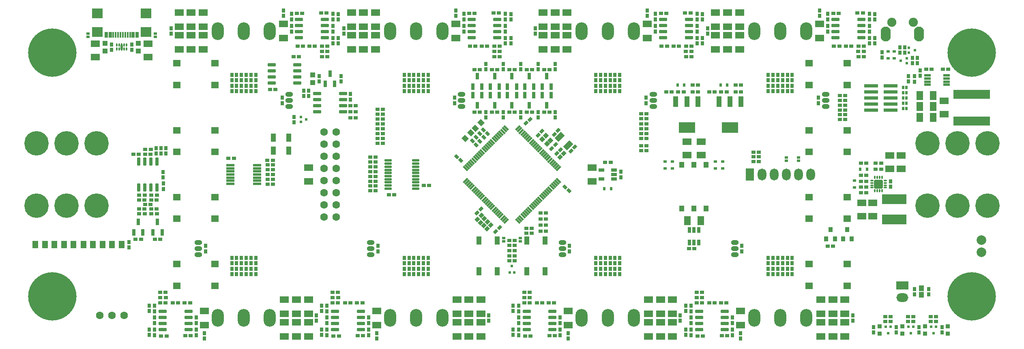
<source format=gbr>
%TF.GenerationSoftware,Altium Limited,Altium Designer,25.8.1 (18)*%
G04 Layer_Color=8388736*
%FSLAX45Y45*%
%MOMM*%
%TF.SameCoordinates,304ADD41-B96C-4BE1-A440-764D1465AFBB*%
%TF.FilePolarity,Negative*%
%TF.FileFunction,Soldermask,Top*%
%TF.Part,Single*%
G01*
G75*
%TA.AperFunction,SMDPad,CuDef*%
%ADD96R,0.95160X0.70160*%
G04:AMPARAMS|DCode=97|XSize=1.6516mm|YSize=0.7016mm|CornerRadius=0.1008mm|HoleSize=0mm|Usage=FLASHONLY|Rotation=180.000|XOffset=0mm|YOffset=0mm|HoleType=Round|Shape=RoundedRectangle|*
%AMROUNDEDRECTD97*
21,1,1.65160,0.50000,0,0,180.0*
21,1,1.45000,0.70160,0,0,180.0*
1,1,0.20160,-0.72500,0.25000*
1,1,0.20160,0.72500,0.25000*
1,1,0.20160,0.72500,-0.25000*
1,1,0.20160,-0.72500,-0.25000*
%
%ADD97ROUNDEDRECTD97*%
%ADD98R,0.90160X0.75160*%
%ADD99R,1.05160X2.25160*%
%ADD100R,0.60160X0.70160*%
%ADD101R,3.35160X2.25160*%
G04:AMPARAMS|DCode=102|XSize=1.6516mm|YSize=0.7016mm|CornerRadius=0.1008mm|HoleSize=0mm|Usage=FLASHONLY|Rotation=90.000|XOffset=0mm|YOffset=0mm|HoleType=Round|Shape=RoundedRectangle|*
%AMROUNDEDRECTD102*
21,1,1.65160,0.50000,0,0,90.0*
21,1,1.45000,0.70160,0,0,90.0*
1,1,0.20160,0.25000,0.72500*
1,1,0.20160,0.25000,-0.72500*
1,1,0.20160,-0.25000,-0.72500*
1,1,0.20160,-0.25000,0.72500*
%
%ADD102ROUNDEDRECTD102*%
%ADD103R,0.75160X1.45160*%
%ADD104R,0.75160X0.90160*%
%ADD105R,1.45160X0.55160*%
%ADD106R,1.10000X1.70000*%
%ADD107R,0.70160X0.50160*%
%ADD108R,0.70160X0.95160*%
G04:AMPARAMS|DCode=109|XSize=0.55mm|YSize=1.6mm|CornerRadius=0.1625mm|HoleSize=0mm|Usage=FLASHONLY|Rotation=270.000|XOffset=0mm|YOffset=0mm|HoleType=Round|Shape=RoundedRectangle|*
%AMROUNDEDRECTD109*
21,1,0.55000,1.27500,0,0,270.0*
21,1,0.22500,1.60000,0,0,270.0*
1,1,0.32500,-0.63750,-0.11250*
1,1,0.32500,-0.63750,0.11250*
1,1,0.32500,0.63750,0.11250*
1,1,0.32500,0.63750,-0.11250*
%
%ADD109ROUNDEDRECTD109*%
%ADD110R,1.74000X0.49000*%
G04:AMPARAMS|DCode=111|XSize=0.4016mm|YSize=1.3016mm|CornerRadius=0mm|HoleSize=0mm|Usage=FLASHONLY|Rotation=225.000|XOffset=0mm|YOffset=0mm|HoleType=Round|Shape=Rectangle|*
%AMROTATEDRECTD111*
4,1,4,-0.31820,0.60217,0.60217,-0.31820,0.31820,-0.60217,-0.60217,0.31820,-0.31820,0.60217,0.0*
%
%ADD111ROTATEDRECTD111*%

G04:AMPARAMS|DCode=112|XSize=0.7016mm|YSize=0.9516mm|CornerRadius=0mm|HoleSize=0mm|Usage=FLASHONLY|Rotation=45.000|XOffset=0mm|YOffset=0mm|HoleType=Round|Shape=Rectangle|*
%AMROTATEDRECTD112*
4,1,4,0.08839,-0.58449,-0.58449,0.08839,-0.08839,0.58449,0.58449,-0.08839,0.08839,-0.58449,0.0*
%
%ADD112ROTATEDRECTD112*%

G04:AMPARAMS|DCode=113|XSize=0.7016mm|YSize=0.9516mm|CornerRadius=0mm|HoleSize=0mm|Usage=FLASHONLY|Rotation=135.000|XOffset=0mm|YOffset=0mm|HoleType=Round|Shape=Rectangle|*
%AMROTATEDRECTD113*
4,1,4,0.58449,0.08839,-0.08839,-0.58449,-0.58449,-0.08839,0.08839,0.58449,0.58449,0.08839,0.0*
%
%ADD113ROTATEDRECTD113*%

G04:AMPARAMS|DCode=114|XSize=0.7516mm|YSize=0.9016mm|CornerRadius=0mm|HoleSize=0mm|Usage=FLASHONLY|Rotation=315.000|XOffset=0mm|YOffset=0mm|HoleType=Round|Shape=Rectangle|*
%AMROTATEDRECTD114*
4,1,4,-0.58450,-0.05303,0.05303,0.58450,0.58450,0.05303,-0.05303,-0.58450,-0.58450,-0.05303,0.0*
%
%ADD114ROTATEDRECTD114*%

G04:AMPARAMS|DCode=115|XSize=0.4016mm|YSize=1.3016mm|CornerRadius=0mm|HoleSize=0mm|Usage=FLASHONLY|Rotation=315.000|XOffset=0mm|YOffset=0mm|HoleType=Round|Shape=Rectangle|*
%AMROTATEDRECTD115*
4,1,4,-0.60217,-0.31820,0.31820,0.60217,0.60217,0.31820,-0.31820,-0.60217,-0.60217,-0.31820,0.0*
%
%ADD115ROTATEDRECTD115*%

%ADD116R,1.08160X1.02160*%
G04:AMPARAMS|DCode=117|XSize=1.0816mm|YSize=1.0216mm|CornerRadius=0mm|HoleSize=0mm|Usage=FLASHONLY|Rotation=135.000|XOffset=0mm|YOffset=0mm|HoleType=Round|Shape=Rectangle|*
%AMROTATEDRECTD117*
4,1,4,0.74360,-0.02121,0.02121,-0.74360,-0.74360,0.02121,-0.02121,0.74360,0.74360,-0.02121,0.0*
%
%ADD117ROTATEDRECTD117*%

%ADD118R,1.90160X1.40160*%
G04:AMPARAMS|DCode=119|XSize=0.74mm|YSize=1.24mm|CornerRadius=0.121mm|HoleSize=0mm|Usage=FLASHONLY|Rotation=270.000|XOffset=0mm|YOffset=0mm|HoleType=Round|Shape=RoundedRectangle|*
%AMROUNDEDRECTD119*
21,1,0.74000,0.99800,0,0,270.0*
21,1,0.49800,1.24000,0,0,270.0*
1,1,0.24200,-0.49900,-0.24900*
1,1,0.24200,-0.49900,0.24900*
1,1,0.24200,0.49900,0.24900*
1,1,0.24200,0.49900,-0.24900*
%
%ADD119ROUNDEDRECTD119*%
%ADD120R,1.65000X1.40000*%
%ADD121R,0.50160X0.61160*%
G04:AMPARAMS|DCode=122|XSize=0.34mm|YSize=0.705mm|CornerRadius=0.11mm|HoleSize=0mm|Usage=FLASHONLY|Rotation=180.000|XOffset=0mm|YOffset=0mm|HoleType=Round|Shape=RoundedRectangle|*
%AMROUNDEDRECTD122*
21,1,0.34000,0.48500,0,0,180.0*
21,1,0.12000,0.70500,0,0,180.0*
1,1,0.22000,-0.06000,0.24250*
1,1,0.22000,0.06000,0.24250*
1,1,0.22000,0.06000,-0.24250*
1,1,0.22000,-0.06000,-0.24250*
%
%ADD122ROUNDEDRECTD122*%
%ADD123R,0.63160X0.63160*%
%ADD124R,0.70160X1.25160*%
%ADD125R,2.28160X2.10160*%
%ADD126R,0.70160X1.40160*%
%ADD127R,1.40160X1.90160*%
%ADD128R,0.70160X1.20160*%
%ADD129R,1.06160X1.22160*%
%ADD130R,1.05160X1.20160*%
G04:AMPARAMS|DCode=131|XSize=0.3416mm|YSize=0.7016mm|CornerRadius=0.1008mm|HoleSize=0mm|Usage=FLASHONLY|Rotation=270.000|XOffset=0mm|YOffset=0mm|HoleType=Round|Shape=RoundedRectangle|*
%AMROUNDEDRECTD131*
21,1,0.34160,0.50000,0,0,270.0*
21,1,0.14000,0.70160,0,0,270.0*
1,1,0.20160,-0.25000,-0.07000*
1,1,0.20160,-0.25000,0.07000*
1,1,0.20160,0.25000,0.07000*
1,1,0.20160,0.25000,-0.07000*
%
%ADD131ROUNDEDRECTD131*%
G04:AMPARAMS|DCode=132|XSize=1.7816mm|YSize=1.7816mm|CornerRadius=0.1008mm|HoleSize=0mm|Usage=FLASHONLY|Rotation=270.000|XOffset=0mm|YOffset=0mm|HoleType=Round|Shape=RoundedRectangle|*
%AMROUNDEDRECTD132*
21,1,1.78160,1.58000,0,0,270.0*
21,1,1.58000,1.78160,0,0,270.0*
1,1,0.20160,-0.79000,-0.79000*
1,1,0.20160,-0.79000,0.79000*
1,1,0.20160,0.79000,0.79000*
1,1,0.20160,0.79000,-0.79000*
%
%ADD132ROUNDEDRECTD132*%
G04:AMPARAMS|DCode=133|XSize=0.3416mm|YSize=0.7016mm|CornerRadius=0.1008mm|HoleSize=0mm|Usage=FLASHONLY|Rotation=0.000|XOffset=0mm|YOffset=0mm|HoleType=Round|Shape=RoundedRectangle|*
%AMROUNDEDRECTD133*
21,1,0.34160,0.50000,0,0,0.0*
21,1,0.14000,0.70160,0,0,0.0*
1,1,0.20160,0.07000,-0.25000*
1,1,0.20160,-0.07000,-0.25000*
1,1,0.20160,-0.07000,0.25000*
1,1,0.20160,0.07000,0.25000*
%
%ADD133ROUNDEDRECTD133*%
G04:AMPARAMS|DCode=134|XSize=0.9516mm|YSize=0.8516mm|CornerRadius=0mm|HoleSize=0mm|Usage=FLASHONLY|Rotation=135.000|XOffset=0mm|YOffset=0mm|HoleType=Round|Shape=Rectangle|*
%AMROTATEDRECTD134*
4,1,4,0.63753,-0.03535,0.03535,-0.63753,-0.63753,0.03535,-0.03535,0.63753,0.63753,-0.03535,0.0*
%
%ADD134ROTATEDRECTD134*%

%ADD135R,2.86000X0.75000*%
%ADD136R,0.50160X0.70160*%
%ADD137R,0.61160X0.50160*%
%ADD138R,1.10160X1.70160*%
%ADD139R,0.70160X0.60160*%
%ADD140R,0.90160X0.90160*%
%ADD141R,0.40160X1.25160*%
%ADD142R,5.20160X2.00160*%
%ADD143R,0.90160X1.00160*%
G04:AMPARAMS|DCode=144|XSize=1.1016mm|YSize=1.9016mm|CornerRadius=0mm|HoleSize=0mm|Usage=FLASHONLY|Rotation=135.000|XOffset=0mm|YOffset=0mm|HoleType=Round|Shape=Rectangle|*
%AMROTATEDRECTD144*
4,1,4,1.06179,0.28284,-0.28284,-1.06179,-1.06179,-0.28284,0.28284,1.06179,1.06179,0.28284,0.0*
%
%ADD144ROTATEDRECTD144*%

%ADD145R,1.15160X1.50160*%
%ADD146R,0.61000X0.50000*%
%ADD147R,7.60160X1.90160*%
%TA.AperFunction,ComponentPad*%
%ADD148O,1.62400X1.03980*%
%TA.AperFunction,WasherPad*%
%ADD149C,10.10160*%
%TA.AperFunction,ComponentPad*%
%ADD150C,1.60000*%
%ADD151R,1.80000X2.50000*%
%ADD152R,2.50000X1.80000*%
%ADD153C,2.00000*%
%ADD154O,2.10160X3.10160*%
%ADD155C,1.90160*%
%ADD156C,1.60160*%
%ADD157O,2.50000X1.80000*%
%ADD158C,5.10160*%
%ADD159C,0.10160*%
%ADD160O,2.54160X3.70160*%
%ADD161O,1.80000X2.50000*%
%TA.AperFunction,WasherPad*%
%ADD162C,0.10160*%
G36*
X-8139995Y2740104D02*
X-8139006D01*
X-8138010Y2740006D01*
X-8137052Y2739715D01*
X-8135215Y2738954D01*
X-8134332Y2738482D01*
X-8133983Y2738196D01*
X-8133559Y2737848D01*
X-8132152Y2736441D01*
X-8131803Y2736016D01*
X-8131517Y2735668D01*
X-8131045Y2734785D01*
X-8130284Y2732947D01*
X-8129994Y2731990D01*
X-8129896Y2730994D01*
Y2729999D01*
Y2710271D01*
X-8129847Y2710153D01*
X-8129722Y2710102D01*
X-8129500Y2710080D01*
X-8129255Y2710031D01*
X-8129004Y2710007D01*
D01*
X-8128764Y2709934D01*
X-8128519Y2709885D01*
X-8128287Y2709789D01*
X-8128047Y2709716D01*
X-8127825Y2709597D01*
X-8127594Y2709502D01*
X-8127387Y2709363D01*
X-8127164Y2709244D01*
D01*
X-8126970Y2709085D01*
X-8126762Y2708946D01*
X-8126585Y2708769D01*
X-8126391Y2708610D01*
X-8126231Y2708415D01*
X-8126055Y2708239D01*
X-8125915Y2708030D01*
X-8125756Y2707836D01*
X-8125638Y2707615D01*
X-8125499Y2707407D01*
X-8125403Y2707175D01*
X-8125284Y2706953D01*
X-8125212Y2706714D01*
X-8125116Y2706482D01*
X-8125067Y2706236D01*
X-8124994Y2705996D01*
X-8124969Y2705746D01*
X-8124920Y2705501D01*
Y2705250D01*
X-8124896Y2705000D01*
Y2625000D01*
X-8124920Y2624749D01*
Y2624499D01*
X-8124969Y2624253D01*
X-8124994Y2624004D01*
X-8125067Y2623763D01*
X-8125116Y2623517D01*
X-8125212Y2623286D01*
X-8125284Y2623046D01*
X-8125403Y2622825D01*
X-8125499Y2622593D01*
X-8125638Y2622385D01*
X-8125756Y2622164D01*
X-8125915Y2621970D01*
X-8126055Y2621761D01*
X-8126231Y2621584D01*
X-8126391Y2621390D01*
X-8126585Y2621230D01*
X-8126762Y2621053D01*
X-8126970Y2620915D01*
X-8127164Y2620755D01*
X-8127387Y2620636D01*
X-8127594Y2620498D01*
X-8127825Y2620402D01*
X-8128047Y2620284D01*
D01*
X-8128287Y2620211D01*
X-8128519Y2620115D01*
X-8128764Y2620066D01*
X-8129004Y2619993D01*
D01*
X-8129255Y2619968D01*
X-8129500Y2619920D01*
X-8129722Y2619898D01*
X-8129847Y2619846D01*
X-8129896Y2619728D01*
Y2600000D01*
Y2599006D01*
X-8129994Y2598010D01*
X-8130284Y2597052D01*
X-8131045Y2595215D01*
X-8131517Y2594332D01*
X-8131803Y2593983D01*
X-8132152Y2593558D01*
X-8133559Y2592152D01*
X-8133983Y2591803D01*
X-8134332Y2591517D01*
X-8135215Y2591045D01*
X-8137052Y2590284D01*
X-8138010Y2589994D01*
X-8139006Y2589896D01*
X-8139995D01*
X-8140000Y2589895D01*
X-8160995D01*
X-8161991Y2589993D01*
X-8162948Y2590284D01*
X-8164786Y2591045D01*
X-8165668Y2591517D01*
X-8166017Y2591803D01*
X-8166442Y2592151D01*
X-8167849Y2593558D01*
X-8168197Y2593983D01*
X-8168483Y2594331D01*
X-8168955Y2595214D01*
X-8169716Y2597052D01*
X-8170007Y2598009D01*
X-8170105Y2599005D01*
Y2600000D01*
Y2619728D01*
X-8170154Y2619846D01*
X-8170278Y2619898D01*
X-8170500Y2619920D01*
X-8170745Y2619968D01*
X-8170996Y2619993D01*
D01*
X-8171236Y2620066D01*
X-8171482Y2620115D01*
X-8171714Y2620211D01*
X-8171954Y2620284D01*
D01*
X-8172175Y2620402D01*
X-8172406Y2620498D01*
X-8172615Y2620637D01*
X-8172836Y2620755D01*
D01*
X-8173030Y2620914D01*
X-8173238Y2621053D01*
X-8173415Y2621230D01*
X-8173610Y2621390D01*
X-8173768Y2621583D01*
X-8173946Y2621761D01*
X-8174087Y2621971D01*
X-8174245Y2622164D01*
X-8174362Y2622383D01*
X-8174502Y2622593D01*
X-8174599Y2622826D01*
X-8174716Y2623046D01*
X-8174789Y2623285D01*
X-8174885Y2623517D01*
X-8174934Y2623764D01*
X-8175007Y2624004D01*
X-8175031Y2624252D01*
X-8175080Y2624499D01*
Y2624752D01*
X-8175105Y2625000D01*
Y2705000D01*
X-8175080Y2705248D01*
Y2705501D01*
X-8175031Y2705748D01*
X-8175007Y2705996D01*
D01*
X-8174934Y2706236D01*
X-8174885Y2706482D01*
X-8174789Y2706714D01*
X-8174716Y2706953D01*
X-8174599Y2707173D01*
X-8174502Y2707407D01*
X-8174362Y2707617D01*
X-8174245Y2707836D01*
X-8174087Y2708028D01*
X-8173946Y2708239D01*
X-8173768Y2708416D01*
X-8173610Y2708610D01*
X-8173415Y2708769D01*
X-8173238Y2708946D01*
X-8173030Y2709085D01*
X-8172836Y2709244D01*
X-8172615Y2709363D01*
X-8172406Y2709502D01*
X-8172175Y2709598D01*
X-8171954Y2709716D01*
X-8171714Y2709789D01*
X-8171482Y2709885D01*
X-8171236Y2709934D01*
X-8170996Y2710007D01*
D01*
X-8170745Y2710031D01*
X-8170500Y2710080D01*
X-8170278Y2710102D01*
X-8170154Y2710153D01*
X-8170105Y2710271D01*
Y2730000D01*
Y2730994D01*
X-8170007Y2731990D01*
X-8169716Y2732948D01*
X-8168955Y2734785D01*
X-8168483Y2735668D01*
X-8168197Y2736017D01*
X-8167849Y2736442D01*
X-8166442Y2737848D01*
X-8166017Y2738197D01*
X-8165668Y2738483D01*
X-8164786Y2738955D01*
X-8162948Y2739716D01*
X-8161991Y2740006D01*
X-8160995Y2740105D01*
X-8140000D01*
X-8139995Y2740104D01*
D02*
G37*
D96*
X6722500Y2685000D02*
D03*
X3122500D02*
D03*
X4482437Y1724979D02*
D03*
X877500Y-2685000D02*
D03*
X4477500D02*
D03*
X-877500Y2685000D02*
D03*
X-4447500Y2465000D02*
D03*
X-4477500Y2685000D02*
D03*
X-7792500Y425000D02*
D03*
X-3122500Y-2685000D02*
D03*
X-6722500D02*
D03*
X-7342500Y-1352500D02*
D03*
X-7742500D02*
D03*
X-5052499Y1775000D02*
D03*
X-4937500D02*
D03*
X-4562500Y2465000D02*
D03*
X-1842500Y-227500D02*
D03*
X-57500Y-1590000D02*
D03*
X-5922500Y335000D02*
D03*
X2692500Y602500D02*
D03*
X2807500D02*
D03*
X-7212500Y-3375000D02*
D03*
X-7345000Y-2575000D02*
D03*
X-6837500Y-2685000D02*
D03*
X-3612500Y-3375000D02*
D03*
X-3237500Y-2685000D02*
D03*
X-3745000Y-2575000D02*
D03*
X-7415500Y-430000D02*
D03*
X-7907499Y425000D02*
D03*
X-5807500Y335000D02*
D03*
X-4992500Y300000D02*
D03*
X-2807500Y957500D02*
D03*
X2807500Y857500D02*
D03*
X387500Y-3375000D02*
D03*
X255000Y-2575000D02*
D03*
X-2807500Y1162500D02*
D03*
X-2572500Y-425000D02*
D03*
X-1727500Y-227500D02*
D03*
X2807500Y1062500D02*
D03*
X2807500Y1267501D02*
D03*
X-4362500Y2685000D02*
D03*
X-3987500Y3375000D02*
D03*
X-2807500Y752500D02*
D03*
X-2807500Y1367501D02*
D03*
X-3855000Y2575000D02*
D03*
X-255000D02*
D03*
X-762500Y2685000D02*
D03*
X-387501Y3375000D02*
D03*
X762500Y-2685000D02*
D03*
X3987500Y-3375000D02*
D03*
X3855000Y-2575000D02*
D03*
X4362500Y-2685000D02*
D03*
X297501Y-1225000D02*
D03*
X2057500Y250000D02*
D03*
X7592500Y240000D02*
D03*
Y110000D02*
D03*
X3217437Y1724979D02*
D03*
X3467436Y1724979D02*
D03*
X3745000Y2575000D02*
D03*
X3237500Y2685000D02*
D03*
X3612500Y3375000D02*
D03*
X4117437Y1724979D02*
D03*
X4367437Y1724979D02*
D03*
X6837500Y2685000D02*
D03*
X7212499Y3375000D02*
D03*
X7345000Y2575000D02*
D03*
X4232437Y1724979D02*
D03*
X3582436Y1724979D02*
D03*
X3332436D02*
D03*
X-7857500Y-1352500D02*
D03*
X-7457500D02*
D03*
X-7530499Y-430000D02*
D03*
Y-825000D02*
D03*
X-7415500D02*
D03*
X-7542500Y522500D02*
D03*
X-7657500D02*
D03*
X-2457500Y-425000D02*
D03*
X-5107500Y300000D02*
D03*
X3872500Y-3375000D02*
D03*
X7327499Y3375000D02*
D03*
X272500Y-3375000D02*
D03*
X3727500Y3375000D02*
D03*
X-3727500Y-3375000D02*
D03*
X-7327500D02*
D03*
X-3872501Y3375000D02*
D03*
X-272501D02*
D03*
X-7669500Y-825000D02*
D03*
X57500Y-1590000D02*
D03*
X7707500Y240000D02*
D03*
X1942500Y250000D02*
D03*
X7707500Y110000D02*
D03*
X-7669500Y-429999D02*
D03*
X-7784500D02*
D03*
Y-825000D02*
D03*
X412500Y-1225000D02*
D03*
X2692500Y857500D02*
D03*
Y1062500D02*
D03*
X2692500Y1267501D02*
D03*
X-2692500Y957500D02*
D03*
X-2692500Y752500D02*
D03*
Y1162500D02*
D03*
X-2692500Y1367501D02*
D03*
X3970000Y-2575000D02*
D03*
X7230000Y2575000D02*
D03*
X370000Y-2575000D02*
D03*
X3630000Y2575000D02*
D03*
X-3630000Y-2575000D02*
D03*
X-370000Y2575000D02*
D03*
X-7230000Y-2575000D02*
D03*
X-3970000Y2575000D02*
D03*
D97*
X6755000Y2859500D02*
D03*
X3155000D02*
D03*
X4445000Y-2859500D02*
D03*
X845000D02*
D03*
X-845000Y2859500D02*
D03*
X-4445000D02*
D03*
X-4480000Y2290500D02*
D03*
X-3155000Y-2859500D02*
D03*
X-6755000D02*
D03*
X-5020000Y2290500D02*
D03*
Y2163500D02*
D03*
Y2036500D02*
D03*
Y1909500D02*
D03*
X-4480000D02*
D03*
Y2036500D02*
D03*
Y2163500D02*
D03*
X-3530000Y1690500D02*
D03*
X-4070000Y1563500D02*
D03*
X-3530000D02*
D03*
X-3905000Y3240500D02*
D03*
X-7295000Y-3240500D02*
D03*
X-305000Y3240500D02*
D03*
X-3695000Y-3240500D02*
D03*
X3695000Y3240500D02*
D03*
X305000Y-3240500D02*
D03*
X7295000Y3240500D02*
D03*
X3905000Y-3240500D02*
D03*
X-3530000Y1436500D02*
D03*
Y1309500D02*
D03*
X-4070000Y1309500D02*
D03*
Y1436500D02*
D03*
Y1690500D02*
D03*
X-4445000Y3240500D02*
D03*
Y3113500D02*
D03*
X3905000Y-2859500D02*
D03*
Y-2986500D02*
D03*
Y-3113500D02*
D03*
X4445000Y-3240500D02*
D03*
Y-3113500D02*
D03*
Y-2986500D02*
D03*
X7295000Y2859500D02*
D03*
Y2986500D02*
D03*
Y3113500D02*
D03*
X6755000Y3240500D02*
D03*
Y3113500D02*
D03*
Y2986500D02*
D03*
X305000Y-2859500D02*
D03*
Y-2986500D02*
D03*
Y-3113500D02*
D03*
X845000Y-3240500D02*
D03*
Y-3113500D02*
D03*
Y-2986500D02*
D03*
X3695000Y2859500D02*
D03*
Y2986500D02*
D03*
Y3113500D02*
D03*
X3155000Y3240500D02*
D03*
Y3113500D02*
D03*
Y2986500D02*
D03*
X-3695000Y-2859500D02*
D03*
Y-2986500D02*
D03*
Y-3113500D02*
D03*
X-3155000Y-3240500D02*
D03*
Y-3113500D02*
D03*
Y-2986500D02*
D03*
X-305000Y2859500D02*
D03*
Y2986500D02*
D03*
Y3113500D02*
D03*
X-845000Y3240500D02*
D03*
Y3113500D02*
D03*
Y2986500D02*
D03*
X-7295000Y-2859500D02*
D03*
Y-2986500D02*
D03*
Y-3113500D02*
D03*
X-6755000Y-3240500D02*
D03*
Y-3113500D02*
D03*
Y-2986500D02*
D03*
X-3905000Y2859500D02*
D03*
Y2986500D02*
D03*
Y3113500D02*
D03*
X-4445000Y2986500D02*
D03*
D98*
X4669936Y1724979D02*
D03*
X300001Y-1122500D02*
D03*
X55000Y-1380000D02*
D03*
X-55000D02*
D03*
X-55000Y-1800000D02*
D03*
X-55000Y-1700000D02*
D03*
X-3265000Y1182500D02*
D03*
X707500Y-932500D02*
D03*
X707500Y-1057500D02*
D03*
Y-1182500D02*
D03*
X5045000Y270000D02*
D03*
X7394999Y240000D02*
D03*
X6845000Y1350000D02*
D03*
X707500Y-807500D02*
D03*
X2695000Y500000D02*
D03*
X-7342500Y-2462500D02*
D03*
X-3742500D02*
D03*
X-7417999Y-532500D02*
D03*
X-4995000Y-200000D02*
D03*
X257500Y-2462500D02*
D03*
X-3265000Y1309500D02*
D03*
X-3265000Y1436500D02*
D03*
X-3857500Y2462500D02*
D03*
X-257500D02*
D03*
X3857500Y-2462500D02*
D03*
X3695000Y-1550000D02*
D03*
X7795000Y-3075000D02*
D03*
X6705000Y-1500000D02*
D03*
X8270000Y-3075000D02*
D03*
X8745000Y-3075000D02*
D03*
X7285000Y-380000D02*
D03*
X7285000Y-20000D02*
D03*
X3742500Y2462500D02*
D03*
X3769937Y1874979D02*
D03*
X4669937D02*
D03*
X7342500Y2462500D02*
D03*
X9105000Y2200000D02*
D03*
X8645000D02*
D03*
X597500Y-807500D02*
D03*
X2805000Y500000D02*
D03*
X417000Y2192501D02*
D03*
X307000Y2192501D02*
D03*
X-4995000Y100000D02*
D03*
X-2955000Y-335000D02*
D03*
Y260000D02*
D03*
X-4995001Y200000D02*
D03*
X2805000Y1165000D02*
D03*
X4779936Y1724979D02*
D03*
X3769936D02*
D03*
X3879936D02*
D03*
X4779936Y1874979D02*
D03*
X3879937D02*
D03*
X7285000Y-140000D02*
D03*
X-7527999Y-532500D02*
D03*
X-7417999Y-722500D02*
D03*
X-7527999D02*
D03*
X-7545000Y-627500D02*
D03*
X-7655000D02*
D03*
X-7782000Y-722499D02*
D03*
X-7672000D02*
D03*
X-7655000Y420000D02*
D03*
X-7545000D02*
D03*
X6955000Y1550000D02*
D03*
X-2955000Y360000D02*
D03*
X-2845000D02*
D03*
Y260000D02*
D03*
X-2955000Y160000D02*
D03*
X-2845000D02*
D03*
X-2955000Y60000D02*
D03*
X-2845000D02*
D03*
X-2955000Y-40000D02*
D03*
X-2845000D02*
D03*
X-2955000Y-140000D02*
D03*
X-2845000D02*
D03*
X-2955000Y-240000D02*
D03*
X-2845000D02*
D03*
Y-335000D02*
D03*
X-5105000Y200000D02*
D03*
Y100000D02*
D03*
X-4995000Y0D02*
D03*
X-5105000D02*
D03*
Y-200000D02*
D03*
X-4995000Y-100000D02*
D03*
X-5105000D02*
D03*
X6595000Y-1500000D02*
D03*
X4230000Y-2687500D02*
D03*
X4120000D02*
D03*
X6970000Y2687500D02*
D03*
X7080000D02*
D03*
X630000Y-2687500D02*
D03*
X520000D02*
D03*
X3370000Y2687500D02*
D03*
X3480000D02*
D03*
X-3370000Y-2687500D02*
D03*
X-3480000D02*
D03*
X-6970000D02*
D03*
X-7080000D02*
D03*
X-55000Y1307500D02*
D03*
X55000D02*
D03*
X-778999Y1307500D02*
D03*
X-668999D02*
D03*
X669000Y2192500D02*
D03*
X779000D02*
D03*
X669000Y1307500D02*
D03*
X779000D02*
D03*
X-417000D02*
D03*
X-307000D02*
D03*
X-778999Y2192500D02*
D03*
X-669000D02*
D03*
X-417000Y2192500D02*
D03*
X-307000D02*
D03*
X307000Y1307500D02*
D03*
X417000D02*
D03*
X-55000Y2192500D02*
D03*
X55000Y2192500D02*
D03*
X-4380000Y3367500D02*
D03*
X-6820000Y-3367500D02*
D03*
X-780000Y3367500D02*
D03*
X-3220000Y-3367500D02*
D03*
X3220000Y3367500D02*
D03*
X780000Y-3367500D02*
D03*
X6820000Y3367500D02*
D03*
X4380000Y-3367500D02*
D03*
X-3375000Y1182500D02*
D03*
X-3374999Y1309500D02*
D03*
X-3374999Y1436500D02*
D03*
X-630000Y2687500D02*
D03*
X-520000D02*
D03*
X-4490000Y3367500D02*
D03*
X-4230000Y2687500D02*
D03*
X3805000Y-1550000D02*
D03*
X5155000Y270000D02*
D03*
X8755000Y2200000D02*
D03*
X8995000D02*
D03*
X5045000Y370000D02*
D03*
X5155000D02*
D03*
X5045000Y470000D02*
D03*
X5155000D02*
D03*
X6955000Y1150000D02*
D03*
X6845001D02*
D03*
X6955000Y1350000D02*
D03*
X6955000Y1250000D02*
D03*
X6845001D02*
D03*
X6955000Y1450000D02*
D03*
X6845001D02*
D03*
Y1550000D02*
D03*
X6955000Y1650000D02*
D03*
X6845001D02*
D03*
X55000Y-1480000D02*
D03*
X-55000D02*
D03*
X55000Y-1700000D02*
D03*
X55000Y-1800000D02*
D03*
X597500Y-932500D02*
D03*
X597500Y-1057500D02*
D03*
Y-1182500D02*
D03*
X7395000Y-260000D02*
D03*
X7285000D02*
D03*
X7285000Y240000D02*
D03*
X7394999Y-380000D02*
D03*
X7395000Y-20000D02*
D03*
X7394999Y-140000D02*
D03*
X-7782000Y-532499D02*
D03*
X-7672000D02*
D03*
X410000Y-1122500D02*
D03*
X7905000Y-3075000D02*
D03*
X8380000Y-3075000D02*
D03*
X8855000Y-3075000D02*
D03*
Y-2975000D02*
D03*
X8745000D02*
D03*
X8380001D02*
D03*
X8270000D02*
D03*
X7905000D02*
D03*
X7795000D02*
D03*
X2805000Y755000D02*
D03*
X2695000Y755000D02*
D03*
X2805000Y960000D02*
D03*
X2695001D02*
D03*
X2695000Y1165000D02*
D03*
X-2805000Y855000D02*
D03*
X-2695000D02*
D03*
X-2805000Y650000D02*
D03*
X-2695000D02*
D03*
X-2805000Y1060000D02*
D03*
X-2695000D02*
D03*
X-2805000Y1265000D02*
D03*
X-2695000D02*
D03*
X4490000Y-3367500D02*
D03*
X6710000Y3367500D02*
D03*
X890000Y-3367500D02*
D03*
X3110000Y3367500D02*
D03*
X-3110000Y-3367500D02*
D03*
X-890000Y3367500D02*
D03*
X-6710000Y-3367500D02*
D03*
X-4120000Y2687500D02*
D03*
X3967500Y-2462500D02*
D03*
X7232500Y2462500D02*
D03*
X367500Y-2462500D02*
D03*
X3632500Y2462500D02*
D03*
X-3632500Y-2462500D02*
D03*
X-367500Y2462500D02*
D03*
X-7232500Y-2462500D02*
D03*
X-3967500Y2462500D02*
D03*
X3857500Y-2687500D02*
D03*
X3967500D02*
D03*
X7342500Y2687500D02*
D03*
X7232500D02*
D03*
X257500Y-2687500D02*
D03*
X367500D02*
D03*
X3742500Y2687500D02*
D03*
X3632500D02*
D03*
X-3742500Y-2687500D02*
D03*
X-3632500D02*
D03*
X-257500Y2687500D02*
D03*
X-367500D02*
D03*
X-7342500Y-2687500D02*
D03*
X-7232500D02*
D03*
X-3857500Y2687500D02*
D03*
X-3967500D02*
D03*
D99*
X4550002Y1520000D02*
D03*
X3650000D02*
D03*
X3880000D02*
D03*
X3420000D02*
D03*
X4780002D02*
D03*
X4320002D02*
D03*
D100*
X4494936Y1874979D02*
D03*
X1930000Y-300000D02*
D03*
X4354936Y1874979D02*
D03*
X3594937D02*
D03*
X3454936D02*
D03*
X2070000Y-300000D02*
D03*
X7410000Y110000D02*
D03*
X7270000D02*
D03*
D101*
X4550002Y980000D02*
D03*
X3650000Y980000D02*
D03*
D102*
X-7790500Y270000D02*
D03*
X-7409500Y-270000D02*
D03*
X-7790500D02*
D03*
X-7663500D02*
D03*
X-7536500D02*
D03*
X-7409500Y270000D02*
D03*
X-7536500D02*
D03*
X-7663500D02*
D03*
D103*
X-7305000Y-1207500D02*
D03*
X-7705000D02*
D03*
X-457000Y1660000D02*
D03*
X819000Y1840001D02*
D03*
X457000Y1840000D02*
D03*
X629000Y1660000D02*
D03*
X-629000Y1840000D02*
D03*
X-267000Y1840000D02*
D03*
X95000Y1840000D02*
D03*
X-819000Y1660000D02*
D03*
X267000Y1660000D02*
D03*
X-95000D02*
D03*
X-267000Y1660000D02*
D03*
X629000Y1840000D02*
D03*
X-95000Y1840000D02*
D03*
X819000Y1660000D02*
D03*
X-819000Y1840000D02*
D03*
X-457000D02*
D03*
X95000Y1660000D02*
D03*
X-629001Y1660000D02*
D03*
X457000Y1660000D02*
D03*
X267000Y1840000D02*
D03*
X362000Y2055000D02*
D03*
X724000Y2055000D02*
D03*
X-362001Y1445000D02*
D03*
X724000Y1445000D02*
D03*
X-0D02*
D03*
X-724001Y1445000D02*
D03*
X-362000Y2055000D02*
D03*
X-724000Y2055000D02*
D03*
X0D02*
D03*
X362000Y1445000D02*
D03*
X-7495000Y-1207500D02*
D03*
X-7895000D02*
D03*
X-7800000Y-992500D02*
D03*
X-7400000D02*
D03*
D104*
X-4250000Y1755000D02*
D03*
Y1645000D02*
D03*
X-4350000Y1755000D02*
D03*
Y1645000D02*
D03*
X7112499Y-3054998D02*
D03*
Y-2944999D02*
D03*
X4087499Y3054999D02*
D03*
Y2944999D02*
D03*
X3512498Y-3054999D02*
D03*
Y-2944999D02*
D03*
X487499Y3054999D02*
D03*
Y2944999D02*
D03*
X-487501Y-3054998D02*
D03*
Y-2944999D02*
D03*
X-3512501Y3054999D02*
D03*
Y2944999D02*
D03*
X-4087501Y-3054998D02*
D03*
Y-2944999D02*
D03*
X-7112501Y3054999D02*
D03*
Y2944999D02*
D03*
X8025000Y-3305001D02*
D03*
X7550000Y-3305000D02*
D03*
X8500000D02*
D03*
X7730000Y2555000D02*
D03*
X-7575000Y-3355000D02*
D03*
X-6425000Y-3430000D02*
D03*
X-3975000Y-3355000D02*
D03*
X-7427500Y550000D02*
D03*
X-7222499Y550000D02*
D03*
X-2825000Y-3430000D02*
D03*
X25000Y-3355000D02*
D03*
X-8360000Y2610000D02*
D03*
X-7940000D02*
D03*
X-4550000Y1095000D02*
D03*
X-4775000Y3430000D02*
D03*
X-3625000Y3355000D02*
D03*
X-1175000Y3430000D02*
D03*
X-25000Y3355000D02*
D03*
X1175000Y-3430000D02*
D03*
X3625000Y-3355000D02*
D03*
X4775000Y-3430000D02*
D03*
X8700000Y-2395000D02*
D03*
X2825000Y3430000D02*
D03*
X3975000Y3355000D02*
D03*
X6425000Y3430000D02*
D03*
X7575000Y3355000D02*
D03*
X8525000Y2180000D02*
D03*
X8360000Y2435000D02*
D03*
X542999Y2310000D02*
D03*
Y2200000D02*
D03*
X-7282500Y55001D02*
D03*
Y-54999D02*
D03*
X-7222499Y440000D02*
D03*
X-7427500Y440000D02*
D03*
X-4550000Y1205000D02*
D03*
X3625000Y-2745000D02*
D03*
Y-2855000D02*
D03*
X7575000Y2745000D02*
D03*
Y2855000D02*
D03*
X25000Y-2745000D02*
D03*
Y-2855000D02*
D03*
X3975000Y2745000D02*
D03*
Y2855000D02*
D03*
X-3975000Y-2745000D02*
D03*
Y-2855000D02*
D03*
X-7575000Y-2745000D02*
D03*
Y-2855000D02*
D03*
X181000Y1300000D02*
D03*
Y1190000D02*
D03*
X905000Y2200001D02*
D03*
Y2310000D02*
D03*
X-181000Y1299999D02*
D03*
Y1190000D02*
D03*
X905000Y1300000D02*
D03*
X905000Y1190000D02*
D03*
X-543000Y2200000D02*
D03*
Y2310000D02*
D03*
X-181000Y2200000D02*
D03*
Y2310000D02*
D03*
X-543000Y1300000D02*
D03*
X-543000Y1190000D02*
D03*
X181000Y2200000D02*
D03*
Y2310000D02*
D03*
X543000Y1300000D02*
D03*
Y1189999D02*
D03*
X-25000Y2745000D02*
D03*
Y2855000D02*
D03*
X-8000001Y-1410000D02*
D03*
X8100000Y2545000D02*
D03*
Y2655000D02*
D03*
X8525000Y2070000D02*
D03*
X8275000Y1945000D02*
D03*
Y2055000D02*
D03*
X8200000Y2655000D02*
D03*
Y2545000D02*
D03*
X-7940000Y2720000D02*
D03*
X-8360000D02*
D03*
X8975000Y-3305000D02*
D03*
Y-3195000D02*
D03*
X8360000Y2325001D02*
D03*
X8460000Y2325000D02*
D03*
Y2435000D02*
D03*
X8700000Y-2505000D02*
D03*
X7730000Y2445000D02*
D03*
X8400000Y-2395000D02*
D03*
Y-2505000D02*
D03*
X-8000001Y-1520000D02*
D03*
X7550000Y-3195000D02*
D03*
X8025000D02*
D03*
X8500000D02*
D03*
X4775000Y-3320000D02*
D03*
X6425000Y3320000D02*
D03*
X1175000Y-3320000D02*
D03*
X2825000Y3320000D02*
D03*
X-2825000Y-3320000D02*
D03*
X-1175000Y3320000D02*
D03*
X-6425000Y-3320000D02*
D03*
X-4775000Y3320000D02*
D03*
X5450000Y-1745000D02*
D03*
Y-1855000D02*
D03*
X5750000Y1745000D02*
D03*
Y1855000D02*
D03*
X1850000Y-1745000D02*
D03*
Y-1855000D02*
D03*
X2150000Y1745000D02*
D03*
Y1855000D02*
D03*
X-2150000Y-1745000D02*
D03*
Y-1855000D02*
D03*
X-1850000Y1745000D02*
D03*
Y1855000D02*
D03*
X-5750000Y-1745000D02*
D03*
Y-1855000D02*
D03*
X-5450000Y1745000D02*
D03*
Y1855000D02*
D03*
X5550000Y-1745000D02*
D03*
Y-1855000D02*
D03*
X5650000Y1745000D02*
D03*
Y1855000D02*
D03*
X1950000Y-1745000D02*
D03*
Y-1855000D02*
D03*
X2050000Y1745000D02*
D03*
Y1855000D02*
D03*
X-2050000Y-1745000D02*
D03*
Y-1855000D02*
D03*
X-1950000Y1745000D02*
D03*
Y1855000D02*
D03*
X-5650000Y-1745000D02*
D03*
Y-1855000D02*
D03*
X-5550000Y1745000D02*
D03*
Y1855000D02*
D03*
X3625000Y-3245000D02*
D03*
X7575000Y3245000D02*
D03*
X25000Y-3245000D02*
D03*
X3975000Y3245000D02*
D03*
X-3975000Y-3245000D02*
D03*
X-25000Y3245000D02*
D03*
X-7575000Y-3245000D02*
D03*
X-3625000Y3245000D02*
D03*
X5850000Y-2080000D02*
D03*
Y-1970000D02*
D03*
X5350000Y2080000D02*
D03*
Y1970000D02*
D03*
X2250000Y-2080000D02*
D03*
Y-1970000D02*
D03*
X1750000Y2080000D02*
D03*
Y1970000D02*
D03*
X-1750000Y-2080000D02*
D03*
Y-1970000D02*
D03*
X-2250000Y2080000D02*
D03*
Y1970000D02*
D03*
X-5350000Y-2080000D02*
D03*
Y-1970000D02*
D03*
X-5850000Y2080000D02*
D03*
Y1970000D02*
D03*
X5450000Y-2080000D02*
D03*
Y-1970000D02*
D03*
X5750000Y2080000D02*
D03*
Y1970000D02*
D03*
X1850000Y-2080000D02*
D03*
Y-1970000D02*
D03*
X2150000Y2080000D02*
D03*
Y1970000D02*
D03*
X-2150000Y-2080000D02*
D03*
Y-1970000D02*
D03*
X-1850000Y2080000D02*
D03*
Y1970000D02*
D03*
X-5750000Y-2080000D02*
D03*
Y-1970000D02*
D03*
X-5450000Y2080000D02*
D03*
Y1970000D02*
D03*
X5650000Y-1745000D02*
D03*
Y-1855000D02*
D03*
X5550000Y1745000D02*
D03*
Y1855000D02*
D03*
X2050000Y-1745000D02*
D03*
Y-1855000D02*
D03*
X1950000Y1745000D02*
D03*
Y1855000D02*
D03*
X-1950000Y-1745000D02*
D03*
Y-1855000D02*
D03*
X-2050000Y1745000D02*
D03*
Y1855000D02*
D03*
X-5550000Y-1745000D02*
D03*
Y-1855000D02*
D03*
X-5650000Y1745000D02*
D03*
Y1855000D02*
D03*
X5650000Y-2080000D02*
D03*
Y-1970000D02*
D03*
X5550000Y2080000D02*
D03*
Y1970000D02*
D03*
X2050000Y-2080000D02*
D03*
Y-1970000D02*
D03*
X1950000Y2080000D02*
D03*
Y1970000D02*
D03*
X-1950000Y-2080000D02*
D03*
Y-1970000D02*
D03*
X-2050000Y2080000D02*
D03*
Y1970000D02*
D03*
X-5550000Y-2080000D02*
D03*
Y-1970000D02*
D03*
X-5650000Y2080000D02*
D03*
Y1970000D02*
D03*
X5750000Y-1745000D02*
D03*
Y-1855000D02*
D03*
X5450000Y1745000D02*
D03*
Y1855000D02*
D03*
X2150000Y-1745000D02*
D03*
Y-1855000D02*
D03*
X1850000Y1745000D02*
D03*
Y1855000D02*
D03*
X-1850000Y-1745000D02*
D03*
Y-1855000D02*
D03*
X-2150000Y1745000D02*
D03*
Y1855000D02*
D03*
X-5450000Y-1745000D02*
D03*
Y-1855000D02*
D03*
X-5750000Y1745000D02*
D03*
Y1855000D02*
D03*
X5350000Y-1745000D02*
D03*
Y-1855000D02*
D03*
X5850000Y1745000D02*
D03*
Y1855000D02*
D03*
X1750000Y-1745000D02*
D03*
Y-1855000D02*
D03*
X2250000Y1745000D02*
D03*
Y1855000D02*
D03*
X-2250000Y-1745000D02*
D03*
Y-1855000D02*
D03*
X-1750000Y1745000D02*
D03*
Y1855000D02*
D03*
X-5850000Y-1745000D02*
D03*
Y-1855000D02*
D03*
X-5350000Y1745000D02*
D03*
Y1855000D02*
D03*
X-3625000Y2855000D02*
D03*
Y2745000D02*
D03*
X5550000Y-2080000D02*
D03*
Y-1970000D02*
D03*
X5650000Y2080000D02*
D03*
Y1970000D02*
D03*
X1950000Y-2080000D02*
D03*
Y-1970000D02*
D03*
X2050000Y2080000D02*
D03*
Y1970000D02*
D03*
X-2050000Y-2080000D02*
D03*
Y-1970000D02*
D03*
X-1950000Y2080000D02*
D03*
Y1970000D02*
D03*
X-5650000Y-2080000D02*
D03*
Y-1970000D02*
D03*
X-5550000Y2080000D02*
D03*
Y1970000D02*
D03*
X5350000Y-2080000D02*
D03*
Y-1970000D02*
D03*
X5850000Y2080000D02*
D03*
Y1970000D02*
D03*
X1750000Y-2080000D02*
D03*
Y-1970000D02*
D03*
X2250000Y2080000D02*
D03*
Y1970000D02*
D03*
X-2250000Y-2080000D02*
D03*
Y-1970000D02*
D03*
X-1750000Y2080000D02*
D03*
Y1970000D02*
D03*
X-5850000Y-2080000D02*
D03*
Y-1970000D02*
D03*
X-5350000Y2080000D02*
D03*
Y1970000D02*
D03*
X5850000Y-1745000D02*
D03*
Y-1855000D02*
D03*
X5350000Y1745000D02*
D03*
Y1855000D02*
D03*
X2250000Y-1745000D02*
D03*
Y-1855000D02*
D03*
X1750000Y1745000D02*
D03*
Y1855000D02*
D03*
X-1750000Y-1745000D02*
D03*
Y-1855000D02*
D03*
X-2250000Y1745000D02*
D03*
Y1855000D02*
D03*
X-5350000Y-1745000D02*
D03*
Y-1855000D02*
D03*
X-5850000Y1745000D02*
D03*
Y1855000D02*
D03*
X5750000Y-2080000D02*
D03*
Y-1970000D02*
D03*
X5450000Y2080000D02*
D03*
Y1970000D02*
D03*
X2150000Y-2080000D02*
D03*
Y-1970000D02*
D03*
X1850000Y2080000D02*
D03*
Y1970000D02*
D03*
X-1850000Y-2080000D02*
D03*
Y-1970000D02*
D03*
X-2150000Y2080000D02*
D03*
Y1970000D02*
D03*
X-5450000Y-2080000D02*
D03*
Y-1970000D02*
D03*
X-5750000Y2080000D02*
D03*
Y1970000D02*
D03*
D105*
X9072500Y1877500D02*
D03*
Y1942500D02*
D03*
Y2007500D02*
D03*
Y2072500D02*
D03*
X8677500D02*
D03*
Y2007500D02*
D03*
Y1942500D02*
D03*
Y1877500D02*
D03*
D106*
X310000Y-1380000D02*
D03*
Y-2020000D02*
D03*
X690000Y-1380000D02*
D03*
Y-2020000D02*
D03*
X-690000D02*
D03*
Y-1380000D02*
D03*
X-310000D02*
D03*
Y-2020000D02*
D03*
D107*
X170000Y-1395000D02*
D03*
X-170000Y-1325000D02*
D03*
X170000D02*
D03*
X-8850000Y2950000D02*
D03*
X-7450000D02*
D03*
X5981000Y355000D02*
D03*
X5727000D02*
D03*
X-8850000Y2880000D02*
D03*
X-7450000D02*
D03*
X5727000Y285000D02*
D03*
X5981000D02*
D03*
X-170000Y-1395000D02*
D03*
D108*
X-6400000Y-1492500D02*
D03*
X-2800000D02*
D03*
X-4800000Y1492500D02*
D03*
X-1200000D02*
D03*
X-3375000Y1684500D02*
D03*
X1200000Y-1492500D02*
D03*
X4800000D02*
D03*
X2800000Y1492500D02*
D03*
X6400000D02*
D03*
X-7462500Y-3357500D02*
D03*
X-6595000D02*
D03*
X-3862500D02*
D03*
X-7275000Y-187500D02*
D03*
X-7325000Y552500D02*
D03*
X-6400000Y-1607500D02*
D03*
X-2995000Y-3357500D02*
D03*
X-2800000Y-1607500D02*
D03*
X137500Y-3357500D02*
D03*
X-4800000Y1607500D02*
D03*
X-4030000Y2060000D02*
D03*
X-4605000Y3357500D02*
D03*
X-3375000Y1569500D02*
D03*
X-1200000Y1607500D02*
D03*
X-3570000Y2060000D02*
D03*
X-3737500Y3357500D02*
D03*
X-1005000Y3357500D02*
D03*
X-137500Y3357500D02*
D03*
X1005000Y-3357500D02*
D03*
X3737500D02*
D03*
X4605000D02*
D03*
X4800000Y-1607500D02*
D03*
X1200000D02*
D03*
X2275000Y57500D02*
D03*
X2800000Y1607500D02*
D03*
X6400000D02*
D03*
X2995000Y3357500D02*
D03*
X3862500Y3357500D02*
D03*
X6595000Y3357500D02*
D03*
X7462500Y3357500D02*
D03*
X-7325000Y437500D02*
D03*
X3737500Y-2742500D02*
D03*
Y-2857500D02*
D03*
X4605000Y-3107500D02*
D03*
Y-2992500D02*
D03*
X3737500Y-3107500D02*
D03*
Y-2992500D02*
D03*
X7462500Y2742500D02*
D03*
Y2857500D02*
D03*
X6595000Y3107500D02*
D03*
Y2992500D02*
D03*
X7462500Y3107500D02*
D03*
Y2992500D02*
D03*
X137500Y-2742500D02*
D03*
Y-2857500D02*
D03*
X1005000Y-3107500D02*
D03*
Y-2992500D02*
D03*
X137500Y-3107500D02*
D03*
Y-2992500D02*
D03*
X3862500Y2742500D02*
D03*
Y2857500D02*
D03*
X2995000Y3107500D02*
D03*
Y2992500D02*
D03*
X3862500Y3107500D02*
D03*
Y2992500D02*
D03*
X-3862500Y-2742500D02*
D03*
Y-2857500D02*
D03*
X-2995000Y-3107500D02*
D03*
Y-2992500D02*
D03*
X-3862500Y-3107500D02*
D03*
Y-2992500D02*
D03*
X-1005000Y3107500D02*
D03*
Y2992500D02*
D03*
X-7462500Y-2742500D02*
D03*
Y-2857500D02*
D03*
X-6595000Y-3107500D02*
D03*
Y-2992500D02*
D03*
X-7462500Y-3107500D02*
D03*
Y-2992500D02*
D03*
X-7275000Y-302499D02*
D03*
X-3570000Y1945000D02*
D03*
X-137500Y2742500D02*
D03*
Y2857500D02*
D03*
Y3107500D02*
D03*
Y2992500D02*
D03*
X-4605000Y3242500D02*
D03*
Y3107500D02*
D03*
Y2992500D02*
D03*
X-3737500D02*
D03*
Y3107500D02*
D03*
X7905000Y-142500D02*
D03*
Y-257500D02*
D03*
X2275000Y-57500D02*
D03*
X8400000Y1942500D02*
D03*
Y2057500D02*
D03*
X-4030000Y1945000D02*
D03*
X3737500Y-3242500D02*
D03*
X7462500Y3242500D02*
D03*
X137500Y-3242500D02*
D03*
X3862500Y3242500D02*
D03*
X-3862500Y-3242500D02*
D03*
X-137500Y3242500D02*
D03*
X-7462500Y-3242500D02*
D03*
X-3737500Y3242500D02*
D03*
X4605000Y-3242500D02*
D03*
X6595000Y3242500D02*
D03*
X1005000Y-3242500D02*
D03*
X2995000Y3242500D02*
D03*
X-2995000Y-3242500D02*
D03*
X-1005000Y3242500D02*
D03*
X-6595000Y-3242500D02*
D03*
X-3737500Y2857500D02*
D03*
Y2742500D02*
D03*
D109*
X-2010000Y-227500D02*
D03*
X-2590000Y292500D02*
D03*
X-2010000Y-292500D02*
D03*
Y-162500D02*
D03*
Y-97500D02*
D03*
Y-32500D02*
D03*
Y32500D02*
D03*
Y97500D02*
D03*
Y162500D02*
D03*
Y227500D02*
D03*
Y292500D02*
D03*
X-2590000Y-292500D02*
D03*
Y-227500D02*
D03*
Y-162500D02*
D03*
Y-97500D02*
D03*
Y-32500D02*
D03*
Y32500D02*
D03*
Y97500D02*
D03*
Y162500D02*
D03*
Y227500D02*
D03*
D110*
X-5880000Y195000D02*
D03*
Y-195000D02*
D03*
X-5320000D02*
D03*
Y-130000D02*
D03*
Y-65000D02*
D03*
Y0D02*
D03*
Y65000D02*
D03*
Y130000D02*
D03*
Y195000D02*
D03*
X-5880000Y-130000D02*
D03*
Y-65000D02*
D03*
Y0D02*
D03*
Y65000D02*
D03*
Y130000D02*
D03*
D111*
X-936915Y159099D02*
D03*
X972270Y-123744D02*
D03*
X-795493Y300520D02*
D03*
X-901559Y194454D02*
D03*
X-441941Y654072D02*
D03*
X936915Y-159099D02*
D03*
X229810Y-866205D02*
D03*
X-512652Y583362D02*
D03*
X-123743Y972270D02*
D03*
X-159099Y936915D02*
D03*
X-194454Y901559D02*
D03*
X-229809Y866204D02*
D03*
X-265165Y830849D02*
D03*
X-300520Y795493D02*
D03*
X-335875Y760138D02*
D03*
X-371230Y724783D02*
D03*
X-406586Y689428D02*
D03*
X-477296Y618717D02*
D03*
X-548007Y548007D02*
D03*
X-583362Y512652D02*
D03*
X-618717Y477296D02*
D03*
X-654072Y441941D02*
D03*
X-689428Y406586D02*
D03*
X-724783Y371230D02*
D03*
X-760138Y335875D02*
D03*
X-830849Y265165D02*
D03*
X-866204Y229809D02*
D03*
X-972270Y123743D02*
D03*
X123744Y-972270D02*
D03*
X159099Y-936915D02*
D03*
X194454Y-901560D02*
D03*
X265165Y-830849D02*
D03*
X300520Y-795494D02*
D03*
X335875Y-760139D02*
D03*
X371231Y-724783D02*
D03*
X406586Y-689428D02*
D03*
X441941Y-654073D02*
D03*
X477296Y-618718D02*
D03*
X512652Y-583362D02*
D03*
X548007Y-548007D02*
D03*
X583362Y-512652D02*
D03*
X618718Y-477296D02*
D03*
X654073Y-441941D02*
D03*
X689428Y-406586D02*
D03*
X724783Y-371231D02*
D03*
X760139Y-335875D02*
D03*
X795494Y-300520D02*
D03*
X830849Y-265165D02*
D03*
X866205Y-229810D02*
D03*
X901560Y-194454D02*
D03*
D112*
X-1073034Y295218D02*
D03*
X1108389Y-259863D02*
D03*
X-1154351Y376535D02*
D03*
X-829083Y701803D02*
D03*
X-751301Y779585D02*
D03*
X-673519Y857367D02*
D03*
X-595738Y935149D02*
D03*
X1189707Y-341180D02*
D03*
X-669984Y698268D02*
D03*
X-747766Y620486D02*
D03*
X-592202Y776050D02*
D03*
X-514421Y853832D02*
D03*
D113*
X-259863Y-1108389D02*
D03*
X295218Y1073034D02*
D03*
X-648771Y-719481D02*
D03*
X-730088Y-800798D02*
D03*
X-341180Y-1189707D02*
D03*
X624022Y906864D02*
D03*
X376535Y1154351D02*
D03*
X825547Y542704D02*
D03*
X1228599Y493208D02*
D03*
X1012931Y517956D02*
D03*
X882117Y839689D02*
D03*
X1309916Y574525D02*
D03*
X963434Y921007D02*
D03*
X542705Y825547D02*
D03*
X906864Y624021D02*
D03*
X931613Y436639D02*
D03*
D114*
X-653667Y-1003685D02*
D03*
X-519317Y-1138035D02*
D03*
X-720842Y-936509D02*
D03*
X-586492Y-1070860D02*
D03*
X1083641Y443710D02*
D03*
X-441535Y-1060253D02*
D03*
X-643060Y-858728D02*
D03*
X-575885Y-925903D02*
D03*
X-508710Y-993078D02*
D03*
X1005859Y365928D02*
D03*
D115*
X-123743Y-972270D02*
D03*
X-512652Y-583362D02*
D03*
X159099Y936915D02*
D03*
X-159099Y-936915D02*
D03*
X-548007Y-548007D02*
D03*
X194454Y901559D02*
D03*
X-229809Y-866205D02*
D03*
X-194454Y-901560D02*
D03*
X406586Y689428D02*
D03*
X936915Y159099D02*
D03*
X972270Y123743D02*
D03*
X830849Y265165D02*
D03*
X724783Y371230D02*
D03*
X689428Y406586D02*
D03*
X901560Y194454D02*
D03*
X866205Y229809D02*
D03*
X795494Y300520D02*
D03*
X760139Y335875D02*
D03*
X654073Y441941D02*
D03*
X618718Y477296D02*
D03*
X583362Y512652D02*
D03*
X548007Y548007D02*
D03*
X512652Y583362D02*
D03*
X477296Y618717D02*
D03*
X441941Y654072D02*
D03*
X371231Y724783D02*
D03*
X335875Y760138D02*
D03*
X300520Y795493D02*
D03*
X265165Y830849D02*
D03*
X229810Y866204D02*
D03*
X123744Y972270D02*
D03*
X-972270Y-123744D02*
D03*
X-936915Y-159099D02*
D03*
X-901559Y-194454D02*
D03*
X-866204Y-229810D02*
D03*
X-830849Y-265165D02*
D03*
X-795493Y-300520D02*
D03*
X-760138Y-335875D02*
D03*
X-724783Y-371231D02*
D03*
X-689428Y-406586D02*
D03*
X-654072Y-441941D02*
D03*
X-618717Y-477296D02*
D03*
X-583362Y-512652D02*
D03*
X-477296Y-618718D02*
D03*
X-441941Y-654073D02*
D03*
X-406586Y-689428D02*
D03*
X-371230Y-724783D02*
D03*
X-335875Y-760139D02*
D03*
X-300520Y-795494D02*
D03*
X-265165Y-830849D02*
D03*
D116*
X-4160000Y2081499D02*
D03*
X-8500000Y2744000D02*
D03*
X-8500000Y2586000D02*
D03*
X-7800000Y2744000D02*
D03*
X-7800000Y2586000D02*
D03*
X-4160000Y1923500D02*
D03*
D117*
X-863378Y869034D02*
D03*
X-651246Y1081166D02*
D03*
X-762968Y969443D02*
D03*
X-975101Y757311D02*
D03*
D118*
X1675000Y-140000D02*
D03*
X-4250000Y140000D02*
D03*
X-8700000Y2455000D02*
D03*
X-7600000D02*
D03*
X1675000Y140000D02*
D03*
X7305000Y-590000D02*
D03*
X7535000Y-590000D02*
D03*
X7890000Y400000D02*
D03*
X8120000D02*
D03*
X3650000Y690000D02*
D03*
X3950000Y690000D02*
D03*
X9025000Y1540000D02*
D03*
X-7600000Y2735000D02*
D03*
X-8700000D02*
D03*
X7890000Y120000D02*
D03*
X7305000Y-870000D02*
D03*
X7535000D02*
D03*
X-4250000Y-140000D02*
D03*
X-2850000Y3087500D02*
D03*
Y3387500D02*
D03*
X-6700000Y3387499D02*
D03*
X-4500001Y-2612499D02*
D03*
X-3100000Y3387499D02*
D03*
X-900001Y-2612499D02*
D03*
X900000Y3387499D02*
D03*
X3099998Y-2612500D02*
D03*
X4500000Y3387499D02*
D03*
X6699999Y-2612499D02*
D03*
X-6950000Y3387499D02*
D03*
X-4750000Y-2612499D02*
D03*
X-3350000Y3387499D02*
D03*
X-1150000Y-2612499D02*
D03*
X650000Y3387499D02*
D03*
X2849998Y-2612500D02*
D03*
X4250000Y3387499D02*
D03*
X6450000Y-2612499D02*
D03*
X-6450000Y3387500D02*
D03*
X-4250001Y-2612498D02*
D03*
X-650001D02*
D03*
X1150000Y3387500D02*
D03*
X3349998Y-2612499D02*
D03*
X4750000Y3387500D02*
D03*
X6949999Y-2612498D02*
D03*
X-6450000Y2612499D02*
D03*
X-4250000Y-3387499D02*
D03*
X-2850000Y2612499D02*
D03*
X-650000Y-3387499D02*
D03*
X1150000Y2612499D02*
D03*
X3349998Y-3387500D02*
D03*
X4750000Y2612499D02*
D03*
X6950000Y-3387499D02*
D03*
X-6950001Y2612499D02*
D03*
X-4750001Y-3387499D02*
D03*
X-3350001Y2612499D02*
D03*
X-1150002Y-3387499D02*
D03*
X649999Y2612499D02*
D03*
X2849997Y-3387500D02*
D03*
X4249999Y2612499D02*
D03*
X6449999Y-3387499D02*
D03*
X-6700000Y2612499D02*
D03*
X-4500000Y-3387499D02*
D03*
X-3100000Y2612499D02*
D03*
X-900000Y-3387499D02*
D03*
X900000Y2612499D02*
D03*
X3099998Y-3387500D02*
D03*
X4500000Y2612499D02*
D03*
X6700000Y-3387499D02*
D03*
X4775000Y-2850000D02*
D03*
Y-3150000D02*
D03*
X6425000Y2850000D02*
D03*
Y3150000D02*
D03*
X1175000Y-2850000D02*
D03*
Y-3150000D02*
D03*
X2825000Y2850000D02*
D03*
Y3150000D02*
D03*
X-2825000Y-2850000D02*
D03*
Y-3150000D02*
D03*
X-1175000Y2850000D02*
D03*
Y3150000D02*
D03*
X-6425000Y-2850000D02*
D03*
Y-3150000D02*
D03*
X-4775000Y2850000D02*
D03*
Y3150000D02*
D03*
X6700000Y-3087499D02*
D03*
X4500000Y2912499D02*
D03*
X3099998Y-3087500D02*
D03*
X900000Y2912499D02*
D03*
X-900000Y-3087499D02*
D03*
X-3100000Y2912499D02*
D03*
X-4500000Y-3087499D02*
D03*
X-6700000Y2912499D02*
D03*
X6449999Y-3087500D02*
D03*
X4249999Y2912499D02*
D03*
X2849997Y-3087500D02*
D03*
X649999Y2912499D02*
D03*
X-1150002Y-3087500D02*
D03*
X-3350001Y2912499D02*
D03*
X-4750001Y-3087500D02*
D03*
X-6950001Y2912499D02*
D03*
X6950000Y-3087499D02*
D03*
X4750000Y2912499D02*
D03*
X3349998Y-3087500D02*
D03*
X1150000Y2912499D02*
D03*
X-650000Y-3087499D02*
D03*
X-2850000Y2912499D02*
D03*
X-4250000Y-3087499D02*
D03*
X-6450000Y2912499D02*
D03*
X6949999Y-2912498D02*
D03*
X4750000Y3087500D02*
D03*
X3349998Y-2912499D02*
D03*
X1150000Y3087500D02*
D03*
X-650001Y-2912498D02*
D03*
X-4250001D02*
D03*
X-6450000Y3087500D02*
D03*
X6450000Y-2912499D02*
D03*
X4250000Y3087499D02*
D03*
X2849998Y-2912500D02*
D03*
X650000Y3087499D02*
D03*
X-1150000Y-2912499D02*
D03*
X-3350000Y3087499D02*
D03*
X-4750000Y-2912499D02*
D03*
X-6950000Y3087499D02*
D03*
X6699999Y-2912499D02*
D03*
X4500000Y3087499D02*
D03*
X3099998Y-2912500D02*
D03*
X900000Y3087499D02*
D03*
X-900001Y-2912499D02*
D03*
X-3100000Y3087499D02*
D03*
X-4500001Y-2912499D02*
D03*
X-6700000Y3087499D02*
D03*
X3650000Y410000D02*
D03*
X3950000D02*
D03*
X8120000Y120000D02*
D03*
X9025000Y1260000D02*
D03*
D119*
X1870000Y-95000D02*
D03*
X2130000Y0D02*
D03*
Y-95000D02*
D03*
Y95000D02*
D03*
X1870000D02*
D03*
D120*
X-6997500Y-2325000D02*
D03*
X-6202500D02*
D03*
X-6997500Y-925000D02*
D03*
Y475000D02*
D03*
X-6202500Y-925000D02*
D03*
Y475000D02*
D03*
X-6997500Y1875000D02*
D03*
X-6202500D02*
D03*
X6997500Y-2325000D02*
D03*
X6202500D02*
D03*
Y-925000D02*
D03*
X6997500D02*
D03*
X6202500Y475000D02*
D03*
X6997500D02*
D03*
X6202500Y1875000D02*
D03*
X6997500D02*
D03*
X6202500Y2325000D02*
D03*
X6997500D02*
D03*
Y-1875000D02*
D03*
X6202500D02*
D03*
X-6202500D02*
D03*
X-6997500D02*
D03*
X-6202500Y-475000D02*
D03*
X-6997500D02*
D03*
X6997500D02*
D03*
X6202500D02*
D03*
X6997500Y925000D02*
D03*
X6202500D02*
D03*
X-6202500Y925000D02*
D03*
X-6997500D02*
D03*
X-6202500Y2325000D02*
D03*
X-6997500D02*
D03*
D121*
X50000Y-2045000D02*
D03*
X7800000Y-3185000D02*
D03*
X8275000Y-3185001D02*
D03*
X8750000Y-3185000D02*
D03*
X-50000Y-2045000D02*
D03*
X0Y-1915000D02*
D03*
X7900000Y-3185000D02*
D03*
X7850000Y-3315000D02*
D03*
X8375000Y-3185000D02*
D03*
X8325000Y-3315000D02*
D03*
X8850000Y-3185000D02*
D03*
X8800000Y-3315000D02*
D03*
D122*
X-8100000Y2623250D02*
D03*
X-8050000D02*
D03*
X-8100000Y2706750D02*
D03*
X-8050000D02*
D03*
X-8200000D02*
D03*
Y2623250D02*
D03*
X-8250000D02*
D03*
Y2706750D02*
D03*
D123*
X-4405000Y1100000D02*
D03*
X-4295000Y1150000D02*
D03*
X-4405000Y1200000D02*
D03*
D124*
X-8470000Y2922900D02*
D03*
X-7830000D02*
D03*
X-7910000D02*
D03*
X-8390000D02*
D03*
D125*
X-8661000Y3373400D02*
D03*
Y2980400D02*
D03*
X-7639000D02*
D03*
Y3373400D02*
D03*
D126*
X-3800000Y2107500D02*
D03*
X-3705000Y1897499D02*
D03*
X-3895000Y1897500D02*
D03*
D127*
X3660000Y-965000D02*
D03*
X8790000Y1650000D02*
D03*
Y1420000D02*
D03*
Y1190000D02*
D03*
X3940000Y-965000D02*
D03*
X8510000Y1190000D02*
D03*
Y1420000D02*
D03*
Y1650000D02*
D03*
D128*
X3705000Y-1420001D02*
D03*
X3895000D02*
D03*
Y-1160001D02*
D03*
X3800000D02*
D03*
X3705000D02*
D03*
X3800000Y-1420000D02*
D03*
D129*
Y207000D02*
D03*
X3546000D02*
D03*
X4054000D02*
D03*
Y-707000D02*
D03*
X3800000D02*
D03*
X3546000D02*
D03*
D130*
X8550000Y-2382500D02*
D03*
Y-2517500D02*
D03*
D131*
X7510000Y-275000D02*
D03*
Y-125000D02*
D03*
X7790000D02*
D03*
Y-175000D02*
D03*
Y-225000D02*
D03*
Y-275000D02*
D03*
X7510000Y-225000D02*
D03*
Y-175000D02*
D03*
D132*
X7650000Y-200000D02*
D03*
D133*
X7675000Y-340000D02*
D03*
X7725000D02*
D03*
Y-60000D02*
D03*
X7625000Y-340000D02*
D03*
X7575000D02*
D03*
Y-60000D02*
D03*
X7625000D02*
D03*
X7675000D02*
D03*
D134*
X707107Y809637D02*
D03*
X728320Y639931D02*
D03*
X802566Y714178D02*
D03*
X632860Y735391D02*
D03*
D135*
X7498000Y1346000D02*
D03*
Y1600000D02*
D03*
Y1727000D02*
D03*
Y1854000D02*
D03*
X7902000D02*
D03*
Y1727000D02*
D03*
Y1600000D02*
D03*
X7498000Y1473000D02*
D03*
X7902000D02*
D03*
Y1346000D02*
D03*
D136*
X8235000Y1490000D02*
D03*
Y1380000D02*
D03*
Y1710000D02*
D03*
Y1600000D02*
D03*
Y1820000D02*
D03*
X8165000Y1710000D02*
D03*
X8165000Y1380000D02*
D03*
X8165000Y1490000D02*
D03*
X8165000Y1600000D02*
D03*
Y1820000D02*
D03*
D137*
X8245000Y2430000D02*
D03*
Y2330000D02*
D03*
X8115000Y2380000D02*
D03*
D138*
X-4660000Y770000D02*
D03*
Y500000D02*
D03*
X-4980000D02*
D03*
Y770000D02*
D03*
D139*
X7150000Y-130000D02*
D03*
Y-270000D02*
D03*
X7850000Y2570000D02*
D03*
X7850000Y2430000D02*
D03*
X7980000Y2570000D02*
D03*
Y2430000D02*
D03*
X4400000Y270000D02*
D03*
Y129999D02*
D03*
X3200000Y130000D02*
D03*
Y270000D02*
D03*
X4250000Y270000D02*
D03*
X4250000Y129999D02*
D03*
X3350000Y130000D02*
D03*
Y270000D02*
D03*
D140*
X9100000Y-3175000D02*
D03*
Y-3325000D02*
D03*
X7675000Y-3175000D02*
D03*
Y-3325000D02*
D03*
X8150000D02*
D03*
Y-3175000D02*
D03*
X8625000Y-3325000D02*
D03*
Y-3175000D02*
D03*
D141*
X-8075000Y2922900D02*
D03*
X-8175000D02*
D03*
X-8125000D02*
D03*
X-8225000D02*
D03*
X-8275000D02*
D03*
X-8025000D02*
D03*
X-8325000D02*
D03*
X-7975000D02*
D03*
D142*
X7980200Y-940000D02*
D03*
Y-520000D02*
D03*
D143*
X7000000Y-1150000D02*
D03*
X6650000D02*
D03*
X6560000Y-1350000D02*
D03*
X6740000D02*
D03*
X6910000D02*
D03*
X7090000D02*
D03*
D144*
X1173798Y608112D02*
D03*
X997021Y784889D02*
D03*
D145*
X-8352501Y-1465000D02*
D03*
X-8147501D02*
D03*
X-8752501D02*
D03*
X-8547501D02*
D03*
X-9152501D02*
D03*
X-8947501D02*
D03*
X-9552501D02*
D03*
X-9347501D02*
D03*
X-9952501D02*
D03*
X-9747501D02*
D03*
D146*
X8285500Y2650000D02*
D03*
Y2550000D02*
D03*
X8414500Y2600000D02*
D03*
D147*
X9600000Y1120000D02*
D03*
Y1680000D02*
D03*
D148*
X-6550000Y-1423000D02*
D03*
X-2950000D02*
D03*
X-4650000Y1423000D02*
D03*
X-1050000D02*
D03*
X4650000Y-1423000D02*
D03*
X2950000Y1423000D02*
D03*
X6550000D02*
D03*
X1050000Y-1423000D02*
D03*
X-6550000Y-1677000D02*
D03*
X-2950000D02*
D03*
X-4650000Y1676999D02*
D03*
X-1050000D02*
D03*
X4650000Y-1677000D02*
D03*
X2950000Y1676999D02*
D03*
X6550000D02*
D03*
X1050000Y-1677000D02*
D03*
Y-1550000D02*
D03*
X2950000Y1550000D02*
D03*
X6550000D02*
D03*
X-4650000D02*
D03*
X-1050000D02*
D03*
X-6550000Y-1550000D02*
D03*
X-2950000D02*
D03*
X4650000D02*
D03*
D149*
X-9600000Y-2550000D02*
D03*
Y2550000D02*
D03*
X9600000Y-2550000D02*
D03*
Y2550000D02*
D03*
D150*
X-8096000Y-2950000D02*
D03*
X-8604000D02*
D03*
X-8350000D02*
D03*
D151*
X4965000Y0D02*
D03*
D152*
X8150000Y-2323000D02*
D03*
D153*
X9800000Y-1625000D02*
D03*
Y-1375000D02*
D03*
D154*
X7799500Y2933999D02*
D03*
X8500500D02*
D03*
D155*
X8375000Y3182999D02*
D03*
X7925000D02*
D03*
D156*
X-3927000Y127000D02*
D03*
Y889000D02*
D03*
Y-381000D02*
D03*
X-3927000Y-635000D02*
D03*
Y635000D02*
D03*
X-3927000Y-889000D02*
D03*
Y381000D02*
D03*
Y-127000D02*
D03*
X-3673000Y127000D02*
D03*
Y-889000D02*
D03*
X-3673000Y-635000D02*
D03*
X-3673000Y-381000D02*
D03*
Y-127000D02*
D03*
Y381000D02*
D03*
X-3673000Y635000D02*
D03*
X-3673000Y889000D02*
D03*
D157*
X8150000Y-2577000D02*
D03*
D158*
X-9925000Y-650000D02*
D03*
X-9300000D02*
D03*
X-8675000D02*
D03*
Y650000D02*
D03*
X-9300000D02*
D03*
X-9925000D02*
D03*
X8675000Y-650000D02*
D03*
X9300000D02*
D03*
X9925000D02*
D03*
Y650000D02*
D03*
X9300000D02*
D03*
X8675000D02*
D03*
D159*
X-9300000Y0D02*
D03*
X9300000D02*
D03*
D160*
X6144000Y-3000000D02*
D03*
X5600000D02*
D03*
X5056000D02*
D03*
Y3000000D02*
D03*
X5600000D02*
D03*
X6144000D02*
D03*
X2544000Y-3000000D02*
D03*
X2000000D02*
D03*
X1456000D02*
D03*
Y3000000D02*
D03*
X2000000D02*
D03*
X2544000D02*
D03*
X-1456000Y-3000000D02*
D03*
X-2000000D02*
D03*
X-2544000D02*
D03*
Y3000000D02*
D03*
X-2000000D02*
D03*
X-1456000D02*
D03*
X-5056000Y-3000000D02*
D03*
X-5600000D02*
D03*
X-6144000D02*
D03*
Y3000000D02*
D03*
X-5600000D02*
D03*
X-5056000D02*
D03*
D161*
X6235000Y0D02*
D03*
X5981000D02*
D03*
X5727000D02*
D03*
X5473000D02*
D03*
X5219000D02*
D03*
D162*
X-5600000Y800000D02*
D03*
Y-800000D02*
D03*
X-2000000D02*
D03*
Y800000D02*
D03*
X5600000D02*
D03*
X2000000D02*
D03*
Y-800000D02*
D03*
X5600000D02*
D03*
%TF.MD5,8f6b2b2c13b5f3cf2c765cbaf3afaf05*%
M02*

</source>
